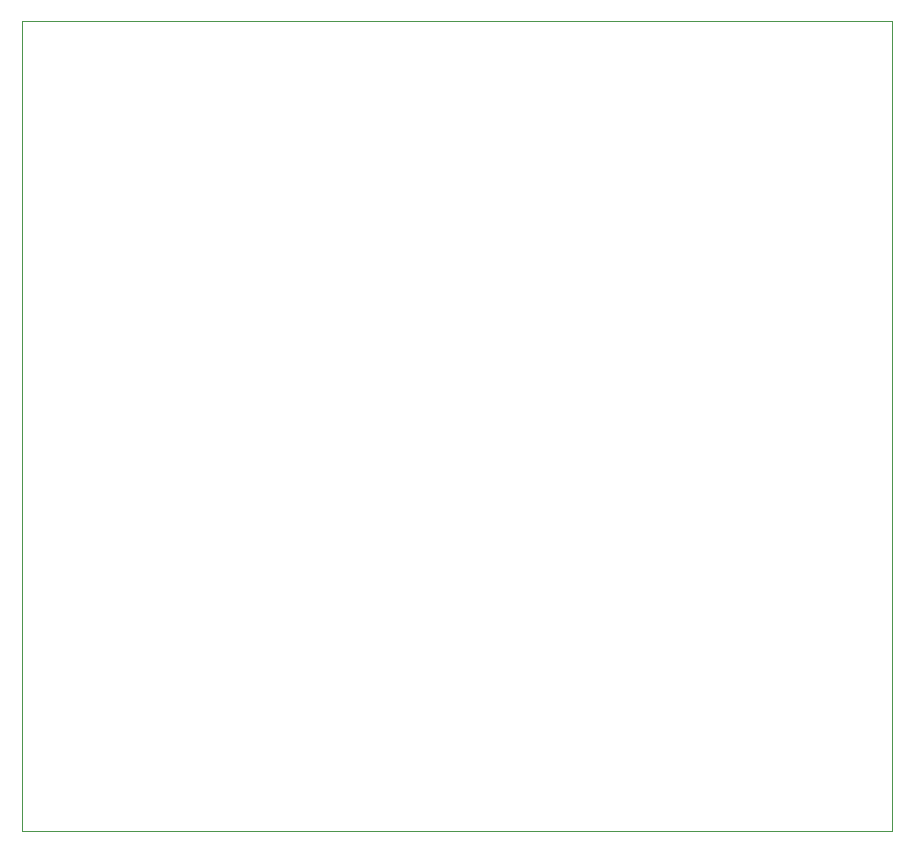
<source format=gbr>
%TF.GenerationSoftware,KiCad,Pcbnew,7.0.8*%
%TF.CreationDate,2023-11-23T11:48:21-03:00*%
%TF.ProjectId,design,64657369-676e-42e6-9b69-6361645f7063,rev?*%
%TF.SameCoordinates,Original*%
%TF.FileFunction,Profile,NP*%
%FSLAX46Y46*%
G04 Gerber Fmt 4.6, Leading zero omitted, Abs format (unit mm)*
G04 Created by KiCad (PCBNEW 7.0.8) date 2023-11-23 11:48:21*
%MOMM*%
%LPD*%
G01*
G04 APERTURE LIST*
%TA.AperFunction,Profile*%
%ADD10C,0.100000*%
%TD*%
G04 APERTURE END LIST*
D10*
X104140000Y-124460000D02*
X177800000Y-124460000D01*
X104140000Y-55880000D02*
X104140000Y-124460000D01*
X177800000Y-55880000D02*
X104140000Y-55880000D01*
X177800000Y-124460000D02*
X177800000Y-55880000D01*
M02*

</source>
